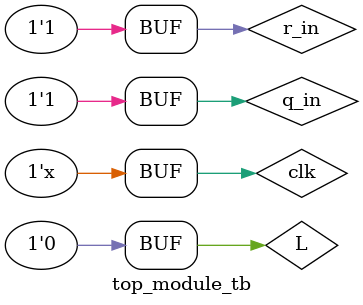
<source format=sv>
module flipflop(
	input clk,
	input D,
	output reg Q
	);
	
	always @(posedge clk) begin
		Q <= D;
	end
endmodule
module mux_2to1(
	input I0,
	input I1,
	input S,
	output reg O
	);
	
	always @(*) begin
		if (S == 0) begin
			O <= I0;
		end else begin
			O <= I1;
		end
	end
endmodule
module top_module(
	input clk,
	input L,
	input q_in,
	input r_in,
	output reg Q
	);
	
	wire q0, q1, q2;
	wire d0, d1, d2;
	wire s0, s1, s2;
	
	flipflop ff0(.clk(clk), .D(d0), .Q(q0));
	flipflop ff1(.clk(clk), .D(d1), .Q(q1));
	flipflop ff2(.clk(clk), .D(d2), .Q(q2));
	
	mux_2to1 mux0(.I0(q0), .I1(q_in), .S(s0), .O(d0));
	mux_2to1 mux1(.I0(q1), .I1(q_in), .S(s1), .O(d1));
	mux_2to1 mux2(.I0(q2), .I1(q_in), .S(s2), .O(d2));

	always @(posedge clk) begin
		if (L) begin
			Q <= r_in;
		end else begin
			Q <= {q1 ^ q2, q0, q2};
		end
	end
	
endmodule
module top_module_tb();
	reg clk, L, q_in, r_in;
	wire Q;

	top_module uut (.clk(clk), .L(L), .q_in(q_in), .r_in(r_in), .Q(Q));

	// Provide stimulus
	always begin
		#5 clk = !clk;
	end
	
	initial begin
		clk = 0;
		L = 0;
		q_in = 0;
		r_in = 0;
		
		#10 L = 1;
		#10 r_in = 1;
		
		#20 L = 0;
		#10 q_in = 1;
		
	end
	
endmodule

</source>
